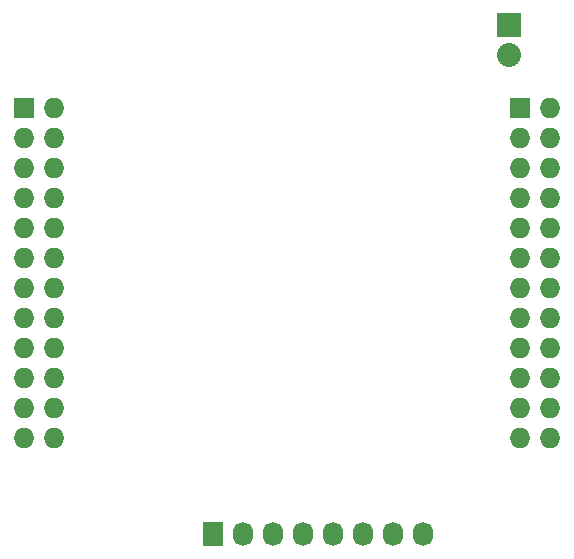
<source format=gbs>
G04 #@! TF.FileFunction,Soldermask,Bot*
%FSLAX46Y46*%
G04 Gerber Fmt 4.6, Leading zero omitted, Abs format (unit mm)*
G04 Created by KiCad (PCBNEW (2015-01-16 BZR 5376)-product) date 23/07/2015 11:54:15*
%MOMM*%
G01*
G04 APERTURE LIST*
%ADD10C,0.100000*%
%ADD11R,2.032000X2.032000*%
%ADD12O,2.032000X2.032000*%
%ADD13R,1.727200X1.727200*%
%ADD14O,1.727200X1.727200*%
%ADD15R,1.727200X2.032000*%
%ADD16O,1.727200X2.032000*%
G04 APERTURE END LIST*
D10*
D11*
X144110000Y-83905000D03*
D12*
X144110000Y-86445000D03*
D13*
X103000000Y-91000000D03*
D14*
X105540000Y-91000000D03*
X103000000Y-93540000D03*
X105540000Y-93540000D03*
X103000000Y-96080000D03*
X105540000Y-96080000D03*
X103000000Y-98620000D03*
X105540000Y-98620000D03*
X103000000Y-101160000D03*
X105540000Y-101160000D03*
X103000000Y-103700000D03*
X105540000Y-103700000D03*
X103000000Y-106240000D03*
X105540000Y-106240000D03*
X103000000Y-108780000D03*
X105540000Y-108780000D03*
X103000000Y-111320000D03*
X105540000Y-111320000D03*
X103000000Y-113860000D03*
X105540000Y-113860000D03*
X103000000Y-116400000D03*
X105540000Y-116400000D03*
X103000000Y-118940000D03*
X105540000Y-118940000D03*
D13*
X145000000Y-91000000D03*
D14*
X147540000Y-91000000D03*
X145000000Y-93540000D03*
X147540000Y-93540000D03*
X145000000Y-96080000D03*
X147540000Y-96080000D03*
X145000000Y-98620000D03*
X147540000Y-98620000D03*
X145000000Y-101160000D03*
X147540000Y-101160000D03*
X145000000Y-103700000D03*
X147540000Y-103700000D03*
X145000000Y-106240000D03*
X147540000Y-106240000D03*
X145000000Y-108780000D03*
X147540000Y-108780000D03*
X145000000Y-111320000D03*
X147540000Y-111320000D03*
X145000000Y-113860000D03*
X147540000Y-113860000D03*
X145000000Y-116400000D03*
X147540000Y-116400000D03*
X145000000Y-118940000D03*
X147540000Y-118940000D03*
D15*
X119000000Y-127000000D03*
D16*
X121540000Y-127000000D03*
X124080000Y-127000000D03*
X126620000Y-127000000D03*
X129160000Y-127000000D03*
X131700000Y-127000000D03*
X134240000Y-127000000D03*
X136780000Y-127000000D03*
M02*

</source>
